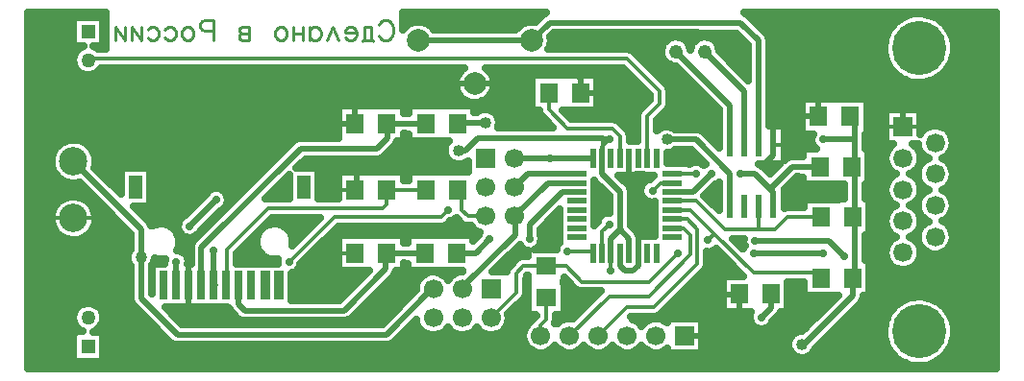
<source format=gbr>
G04 DipTrace 2.4.0.2*
%INÍèæíèé.gbr*%
%MOIN*%
%ADD13C,0.013*%
%ADD14C,0.0197*%
%ADD15C,0.025*%
%ADD16C,0.0787*%
%ADD17R,0.0709X0.063*%
%ADD18R,0.063X0.0709*%
%ADD20C,0.05*%
%ADD21R,0.05X0.05*%
%ADD22R,0.0669X0.0669*%
%ADD23C,0.0669*%
%ADD24R,0.0665X0.0665*%
%ADD25C,0.0665*%
%ADD26C,0.1874*%
%ADD27C,0.0984*%
%ADD28R,0.0276X0.0984*%
%ADD29R,0.0335X0.0984*%
%ADD30R,0.0472X0.0787*%
%ADD32R,0.0236X0.0787*%
%ADD35R,0.0197X0.0669*%
%ADD36R,0.0669X0.0197*%
%ADD41C,0.048*%
%ADD42C,0.0276*%
%ADD44C,0.04*%
%ADD106C,0.0108*%
%FSLAX44Y44*%
G04*
G70*
G90*
G75*
G01*
%LNBottom*%
%LPD*%
X24075Y8181D2*
D13*
Y8934D1*
X24328Y9187D1*
X23760Y8181D2*
Y8250D1*
X22891D1*
X30016Y11937D2*
D14*
Y12498D1*
X30455Y12937D1*
X31588D1*
X23328Y13750D2*
X25502D1*
X19672Y14066D2*
X21145D1*
X21703Y14625D1*
X22953D1*
X23328Y14249D1*
Y13750D1*
X31588Y12937D2*
Y13632D1*
X32011Y14055D1*
X33527D1*
X34516Y13066D1*
Y12562D1*
X15516Y12687D2*
X13891D1*
X13533Y12329D1*
X9757Y8553D1*
Y7062D1*
X15585Y10984D2*
Y10443D1*
D13*
X15516Y10375D1*
X19672Y14066D2*
D14*
X15645D1*
X15516Y13937D1*
Y12687D1*
Y8187D2*
D13*
X14843D1*
X24705Y8181D2*
D14*
Y7748D1*
X24891Y7562D1*
X25141D1*
X25335Y7756D1*
Y8181D1*
X26956Y5312D2*
X27953D1*
X28828Y6187D1*
Y6750D1*
D13*
X28840Y6761D1*
X27953Y7562D2*
D14*
Y7000D1*
X28203Y6750D1*
X28828D1*
X13203Y12625D2*
D13*
X13237D1*
D14*
X13533Y12329D1*
X25141Y10125D2*
Y9750D1*
X25335Y9556D1*
Y8181D1*
X25020Y11488D2*
Y10683D1*
X25141Y10562D1*
Y10125D1*
X30016Y11937D2*
D13*
Y11578D1*
D14*
X29658Y11220D1*
X18661Y7559D2*
X17953D1*
X16181Y5787D1*
X10354D1*
X9757Y6385D1*
Y7062D1*
X32690Y12937D2*
D13*
X32835D1*
D14*
Y12126D1*
Y11187D1*
D13*
X32729D1*
X32769Y9437D2*
X32835D1*
D14*
Y11187D1*
Y9437D2*
Y7378D1*
D13*
X32768Y7312D1*
X31016Y5000D2*
X31078D1*
D14*
X32768Y6690D1*
Y7312D1*
X24390Y8181D2*
Y8686D1*
X24703Y9000D1*
Y10312D1*
X24075Y10940D1*
Y11488D1*
X25020Y8181D2*
Y8683D1*
X24703Y9000D1*
X24390Y8181D2*
D13*
X24370D1*
Y7559D1*
X24075Y11488D2*
Y11871D1*
X24215Y12011D1*
X24330Y12126D1*
X26328D2*
D14*
X27327D1*
X28516Y10937D1*
Y9811D1*
X29942Y6761D2*
Y6281D1*
X29606Y5945D1*
X19094Y11732D2*
X19331D1*
X19764Y12165D1*
X24099D1*
D13*
X24151D1*
X24290D1*
X24330Y12126D1*
X8110Y8030D2*
D14*
Y9008D1*
X5756Y11362D1*
X18236Y6929D2*
D13*
X18189D1*
D14*
X16614Y5354D1*
X9370D1*
X8110Y6614D1*
Y8030D1*
X24099Y12165D2*
D13*
Y11513D1*
X24075Y11488D1*
X24151Y12165D2*
Y12075D1*
X24215Y12011D1*
X31752Y12126D2*
D14*
X32835D1*
X25650Y11488D2*
D13*
Y12946D1*
X26078Y13375D1*
Y13812D1*
X24953Y14937D1*
X6328D1*
X6266Y14875D1*
X22226Y13750D2*
Y13164D1*
X22891Y12500D1*
X24453D1*
X24703Y12250D1*
Y11490D1*
X24705Y11488D1*
X10623Y7062D2*
X10703D1*
X10623D2*
D14*
Y8275D1*
X9783Y9114D2*
X10703Y10034D1*
X22141Y6625D2*
D13*
Y5875D1*
X21953Y5687D1*
Y5315D1*
X21956Y5312D1*
X17703Y15562D2*
D14*
X21640D1*
X29516Y11937D2*
Y15562D1*
X28891Y16187D1*
X22265D1*
X21640Y15562D1*
X26641Y15187D2*
X28516Y13312D1*
Y11937D1*
X27641Y15187D2*
X29016Y13812D1*
Y11937D1*
X16618Y10375D2*
D13*
Y9886D1*
X16482Y9750D1*
X12516D1*
X11078Y8312D1*
Y7040D1*
X11056Y7062D1*
X16618Y10375D2*
X17967D1*
X10190Y7062D2*
D14*
Y8361D1*
X13641Y11812D1*
X16266D1*
X16641Y12187D1*
Y12664D1*
D13*
X16618Y12687D1*
D14*
X17967D1*
X11489Y7062D2*
Y6401D1*
X11703Y6187D1*
X15141D1*
X16578Y7625D1*
Y8147D1*
D13*
X16618Y8187D1*
D14*
X17927D1*
X29330Y8189D2*
X31732D1*
X32480Y8071D2*
X31929Y8622D1*
X29391D1*
X23209Y10937D2*
X21520D1*
X21039Y10457D1*
X18740Y9685D2*
D13*
X18504Y9449D1*
X14803D1*
X13228Y7874D1*
X9324D2*
D14*
Y7062D1*
X23209Y10622D2*
X22205D1*
X21039Y9457D1*
X19236Y6929D2*
D13*
Y6992D1*
D14*
X21063Y8819D1*
Y9433D1*
D13*
X21039Y9457D1*
X20039D2*
X19441D1*
X19213Y9685D1*
Y10231D1*
X19069Y10375D1*
X26516Y9677D2*
X27151D1*
X27980Y8848D1*
X29328Y7500D1*
X31478D1*
X31666Y7312D1*
X22141Y7727D2*
X22851D1*
X23391Y7187D1*
X25703D1*
X26703Y8187D1*
X27756Y8625D2*
X27980Y8848D1*
X20236Y5929D2*
Y5945D1*
X21102Y6811D1*
Y7480D1*
X21349Y7727D1*
X22141D1*
X26516Y10622D2*
X26094D1*
X25827Y10354D1*
X27331Y10937D2*
X26516D1*
Y9362D2*
X27028D1*
X27391Y9000D1*
Y7812D1*
X25878Y6299D1*
X24943D1*
X23956Y5312D1*
X23760Y11488D2*
D14*
X22283D1*
X21071D1*
D13*
X21039Y11457D1*
X20039Y12717D2*
D14*
X19098D1*
D13*
X19069Y12687D1*
X26516Y9992D2*
X27336D1*
X28328Y9000D1*
X29516D1*
Y9811D1*
X31666Y9437D2*
X30516D1*
X30078Y9000D1*
X29516D1*
X26516Y10307D2*
D14*
X27236D1*
X27866Y10937D1*
X28891D2*
X29391D1*
X29910Y10418D1*
X30016Y10312D1*
Y9811D1*
X31627Y11187D2*
X30679D1*
X29910Y10418D1*
X19030Y8187D2*
X19703D1*
X20178Y8661D1*
X21575D2*
Y9173D1*
X22709Y10307D1*
X23209D1*
X26516Y9047D2*
D13*
X26906D1*
X27141Y8812D1*
Y8125D1*
X25703Y6687D1*
X24331D1*
X22956Y5312D1*
D42*
X24328Y9187D3*
X22891Y8250D3*
D44*
X25502Y13750D3*
D42*
X15585Y10984D3*
X14843Y8187D3*
D44*
X27953Y7562D3*
D42*
X13203Y12625D3*
X25141Y10125D3*
D3*
X29658Y11220D3*
X18661Y7559D3*
D44*
X31016Y5000D3*
D42*
X24370Y7559D3*
X24330Y12126D3*
D44*
X26328D3*
D42*
X29606Y5945D3*
D44*
X19094Y11732D3*
X8110Y8030D3*
D3*
D42*
X31752Y12126D3*
X10623Y8275D3*
X9783Y9114D3*
X10703Y10034D3*
X29330Y8189D3*
X31732D3*
X32480Y8071D3*
X29391Y8622D3*
X18740Y9685D3*
X13228Y7874D3*
X9324D3*
X26703Y8187D3*
X27756Y8625D3*
X25827Y10354D3*
X27331Y10937D3*
X22283Y11488D3*
D44*
X20039Y12717D3*
D42*
X27866Y10937D3*
X28891D3*
X20178Y8661D3*
X21575D3*
X4205Y16280D2*
D15*
X5727D1*
X17195D2*
X21821D1*
X29336D2*
X34356D1*
X35797D2*
X37723D1*
X4205Y16031D2*
X5727D1*
X18191D2*
X21153D1*
X29586D2*
X34095D1*
X36055D2*
X37723D1*
X4205Y15782D2*
X5727D1*
X22398D2*
X28755D1*
X29828D2*
X33950D1*
X36199D2*
X37723D1*
X4205Y15534D2*
X5727D1*
X22324D2*
X26251D1*
X27031D2*
X27251D1*
X28031D2*
X29005D1*
X29902D2*
X33872D1*
X36277D2*
X37723D1*
X4205Y15285D2*
X5931D1*
X6602D2*
X6852D1*
X22262D2*
X26122D1*
X28160D2*
X29126D1*
X29902D2*
X33848D1*
X36301D2*
X37723D1*
X4205Y15036D2*
X5751D1*
X25344D2*
X26134D1*
X28328D2*
X29126D1*
X29902D2*
X33876D1*
X36273D2*
X37723D1*
X4205Y14788D2*
X5735D1*
X25594D2*
X26306D1*
X28578D2*
X29126D1*
X29902D2*
X33962D1*
X36188D2*
X37723D1*
X4205Y14539D2*
X5848D1*
X6680D2*
X19188D1*
X20156D2*
X24860D1*
X25844D2*
X26751D1*
X28828D2*
X29126D1*
X29902D2*
X34122D1*
X36031D2*
X37723D1*
X4205Y14290D2*
X19028D1*
X20316D2*
X21622D1*
X23934D2*
X25110D1*
X26090D2*
X26997D1*
X29902D2*
X34399D1*
X35754D2*
X37723D1*
X4205Y14042D2*
X18989D1*
X20356D2*
X21622D1*
X23934D2*
X25356D1*
X26340D2*
X27247D1*
X29902D2*
X37723D1*
X4205Y13793D2*
X19048D1*
X20297D2*
X21622D1*
X23934D2*
X25606D1*
X26434D2*
X27497D1*
X29902D2*
X37723D1*
X4205Y13544D2*
X19243D1*
X20098D2*
X21622D1*
X23934D2*
X25723D1*
X26434D2*
X27743D1*
X29902D2*
X30981D1*
X33293D2*
X37723D1*
X4205Y13296D2*
X14911D1*
X17223D2*
X17365D1*
X19672D2*
X21622D1*
X23934D2*
X25509D1*
X26422D2*
X27993D1*
X29902D2*
X30981D1*
X33293D2*
X37723D1*
X4205Y13047D2*
X14911D1*
X20391D2*
X21891D1*
X22836D2*
X25309D1*
X26242D2*
X28126D1*
X29902D2*
X30981D1*
X33293D2*
X33895D1*
X35137D2*
X37723D1*
X4205Y12798D2*
X14911D1*
X20523D2*
X22102D1*
X24617D2*
X25294D1*
X26004D2*
X28126D1*
X29902D2*
X30981D1*
X33293D2*
X33895D1*
X35137D2*
X37723D1*
X4205Y12550D2*
X14911D1*
X20500D2*
X22348D1*
X24895D2*
X25294D1*
X26004D2*
X26114D1*
X26543D2*
X28106D1*
X30422D2*
X30981D1*
X33293D2*
X33895D1*
X35137D2*
X35341D1*
X35930D2*
X37723D1*
X4205Y12301D2*
X14911D1*
X17223D2*
X17365D1*
X25055D2*
X25294D1*
X27691D2*
X28106D1*
X30422D2*
X31364D1*
X33223D2*
X33895D1*
X36184D2*
X37723D1*
X4205Y12052D2*
X5419D1*
X6094D2*
X13341D1*
X17004D2*
X18731D1*
X27938D2*
X28106D1*
X30422D2*
X31333D1*
X33223D2*
X33895D1*
X36254D2*
X37723D1*
X4205Y11803D2*
X5114D1*
X6395D2*
X13095D1*
X16797D2*
X18610D1*
X30422D2*
X31020D1*
X33336D2*
X33993D1*
X36219D2*
X37723D1*
X4205Y11555D2*
X5001D1*
X6512D2*
X12845D1*
X16547D2*
X18641D1*
X26352D2*
X27360D1*
X30422D2*
X31020D1*
X33336D2*
X33899D1*
X35133D2*
X35228D1*
X36039D2*
X37723D1*
X4205Y11306D2*
X4977D1*
X6535D2*
X12595D1*
X13672D2*
X18884D1*
X19305D2*
X19415D1*
X26352D2*
X27145D1*
X27516D2*
X27611D1*
X33336D2*
X33919D1*
X36121D2*
X37723D1*
X4205Y11057D2*
X5040D1*
X6598D2*
X7372D1*
X8426D2*
X12348D1*
X14258D2*
X19415D1*
X29809D2*
X30013D1*
X33336D2*
X34059D1*
X36242D2*
X37723D1*
X4205Y10809D2*
X5216D1*
X6848D2*
X7372D1*
X8426D2*
X12098D1*
X14258D2*
X14911D1*
X17223D2*
X17365D1*
X24746D2*
X25790D1*
X30840D2*
X31019D1*
X33336D2*
X34075D1*
X36246D2*
X37723D1*
X4205Y10560D2*
X6020D1*
X7098D2*
X7372D1*
X8426D2*
X11848D1*
X12926D2*
X13208D1*
X14258D2*
X14911D1*
X23832D2*
X23918D1*
X24992D2*
X25454D1*
X28031D2*
X28125D1*
X30590D2*
X32446D1*
X33223D2*
X33923D1*
X36133D2*
X37723D1*
X4205Y10311D2*
X6266D1*
X8426D2*
X10388D1*
X11020D2*
X11602D1*
X12680D2*
X13208D1*
X14258D2*
X14911D1*
X23832D2*
X24165D1*
X25090D2*
X25403D1*
X27777D2*
X28106D1*
X30422D2*
X32446D1*
X33223D2*
X33899D1*
X35133D2*
X35246D1*
X36020D2*
X37723D1*
X4205Y10063D2*
X5376D1*
X6137D2*
X6516D1*
X8426D2*
X10192D1*
X11129D2*
X11352D1*
X23832D2*
X24313D1*
X25090D2*
X25524D1*
X27758D2*
X28106D1*
X30422D2*
X32446D1*
X33223D2*
X33985D1*
X36211D2*
X37723D1*
X4205Y9814D2*
X5102D1*
X6410D2*
X6766D1*
X8426D2*
X9946D1*
X23832D2*
X24313D1*
X25090D2*
X25891D1*
X28004D2*
X28108D1*
X30422D2*
X31063D1*
X33375D2*
X34204D1*
X34828D2*
X35013D1*
X36258D2*
X37723D1*
X4205Y9565D2*
X4993D1*
X6520D2*
X7013D1*
X8090D2*
X9696D1*
X10773D2*
X10857D1*
X22504D2*
X22583D1*
X23832D2*
X24165D1*
X25090D2*
X25891D1*
X33375D2*
X33962D1*
X36191D2*
X37723D1*
X4205Y9317D2*
X4977D1*
X6535D2*
X7263D1*
X8340D2*
X9411D1*
X10523D2*
X10607D1*
X12574D2*
X14181D1*
X18926D2*
X19091D1*
X22258D2*
X22583D1*
X23832D2*
X23925D1*
X25090D2*
X25891D1*
X33375D2*
X33895D1*
X35137D2*
X35313D1*
X35957D2*
X37723D1*
X4205Y9068D2*
X5048D1*
X6465D2*
X7513D1*
X9195D2*
X9360D1*
X10277D2*
X10358D1*
X13133D2*
X13931D1*
X14914D2*
X19559D1*
X22008D2*
X22583D1*
X25172D2*
X25891D1*
X33375D2*
X33938D1*
X36160D2*
X37723D1*
X4205Y8819D2*
X5239D1*
X6273D2*
X7723D1*
X9387D2*
X9485D1*
X13324D2*
X13681D1*
X14664D2*
X19782D1*
X21969D2*
X22583D1*
X25383D2*
X25891D1*
X33375D2*
X34122D1*
X34910D2*
X35017D1*
X36254D2*
X37723D1*
X4205Y8571D2*
X7723D1*
X9438D2*
X9868D1*
X11828D2*
X12087D1*
X14418D2*
X14911D1*
X17223D2*
X17322D1*
X21992D2*
X22583D1*
X28750D2*
X28966D1*
X33223D2*
X34024D1*
X36231D2*
X37723D1*
X4205Y8322D2*
X7723D1*
X9379D2*
X9802D1*
X11578D2*
X12141D1*
X14168D2*
X14911D1*
X21106D2*
X21333D1*
X21816D2*
X22470D1*
X33223D2*
X33907D1*
X36082D2*
X37723D1*
X4205Y8073D2*
X7622D1*
X9699D2*
X9802D1*
X11434D2*
X12348D1*
X13918D2*
X14911D1*
X20856D2*
X21497D1*
X27746D2*
X28263D1*
X33223D2*
X33907D1*
X35125D2*
X37723D1*
X4205Y7824D2*
X7669D1*
X8551D2*
X8899D1*
X11434D2*
X12806D1*
X13672D2*
X14911D1*
X20606D2*
X20954D1*
X27746D2*
X28513D1*
X33371D2*
X34024D1*
X35008D2*
X37723D1*
X4205Y7576D2*
X7723D1*
X13523D2*
X14911D1*
X17223D2*
X17322D1*
X20359D2*
X20763D1*
X27645D2*
X28763D1*
X33371D2*
X37723D1*
X4205Y7327D2*
X7723D1*
X13328D2*
X15743D1*
X16820D2*
X17763D1*
X27398D2*
X28235D1*
X33371D2*
X37723D1*
X4205Y7078D2*
X7723D1*
X13328D2*
X15493D1*
X16570D2*
X17630D1*
X22785D2*
X23009D1*
X27148D2*
X28235D1*
X30547D2*
X31059D1*
X33371D2*
X37723D1*
X4205Y6830D2*
X7723D1*
X13328D2*
X15243D1*
X16320D2*
X17552D1*
X22785D2*
X23981D1*
X26898D2*
X28235D1*
X30547D2*
X31059D1*
X33371D2*
X37723D1*
X4205Y6581D2*
X7723D1*
X13328D2*
X14997D1*
X16074D2*
X17302D1*
X21363D2*
X21500D1*
X22785D2*
X23731D1*
X26652D2*
X28235D1*
X30547D2*
X32122D1*
X33141D2*
X34614D1*
X35535D2*
X37723D1*
X4205Y6332D2*
X5911D1*
X6621D2*
X7852D1*
X15824D2*
X17052D1*
X21113D2*
X21497D1*
X22785D2*
X23485D1*
X26402D2*
X28235D1*
X30547D2*
X31872D1*
X32949D2*
X34223D1*
X35930D2*
X37723D1*
X4205Y6084D2*
X5747D1*
X6785D2*
X8102D1*
X9180D2*
X11266D1*
X15574D2*
X16806D1*
X20867D2*
X21497D1*
X22785D2*
X23235D1*
X26152D2*
X29204D1*
X30273D2*
X31622D1*
X32699D2*
X34020D1*
X36129D2*
X37723D1*
X4205Y5835D2*
X5735D1*
X6797D2*
X8352D1*
X9430D2*
X11591D1*
X15254D2*
X16556D1*
X20852D2*
X21634D1*
X22492D2*
X22638D1*
X25273D2*
X25638D1*
X27578D2*
X29192D1*
X30035D2*
X31376D1*
X32453D2*
X33907D1*
X36242D2*
X37723D1*
X4205Y5586D2*
X5864D1*
X6668D2*
X8598D1*
X17383D2*
X17720D1*
X20754D2*
X21399D1*
X27578D2*
X29399D1*
X29813D2*
X31126D1*
X32203D2*
X33856D1*
X36297D2*
X37723D1*
X4205Y5338D2*
X5727D1*
X6805D2*
X8848D1*
X17137D2*
X18114D1*
X18359D2*
X19114D1*
X19359D2*
X20114D1*
X20359D2*
X21333D1*
X27578D2*
X30673D1*
X31953D2*
X33856D1*
X36297D2*
X37723D1*
X4205Y5089D2*
X5727D1*
X6805D2*
X9098D1*
X16887D2*
X21376D1*
X27578D2*
X30536D1*
X31707D2*
X33907D1*
X36242D2*
X37723D1*
X4205Y4840D2*
X5727D1*
X6805D2*
X21559D1*
X22352D2*
X22559D1*
X23352D2*
X23559D1*
X24352D2*
X24559D1*
X25352D2*
X25559D1*
X27578D2*
X30556D1*
X31477D2*
X34020D1*
X36129D2*
X37723D1*
X4205Y4592D2*
X5727D1*
X6805D2*
X30766D1*
X31262D2*
X34220D1*
X35930D2*
X37723D1*
X4205Y4343D2*
X34610D1*
X35539D2*
X37723D1*
X17170Y15946D2*
X17266Y16054D1*
X17366Y16128D1*
X17479Y16181D1*
X17600Y16212D1*
X17725Y16220D1*
X17848Y16204D1*
X17967Y16166D1*
X18076Y16105D1*
X18172Y16025D1*
X18253Y15925D1*
X21090D1*
X21203Y16054D1*
X21303Y16128D1*
X21416Y16181D1*
X21537Y16212D1*
X21662Y16220D1*
X21774Y16206D1*
X22008Y16444D1*
X22131Y16524D1*
X21999Y16529D1*
X17167D1*
X17171Y15947D1*
X22287Y15438D2*
X22252Y15318D1*
X22225Y15266D1*
X24953Y15267D1*
X25075Y15243D1*
X25187Y15170D1*
X26312Y14045D1*
X26381Y13942D1*
X26408Y13812D1*
Y13375D1*
X26385Y13252D1*
X26312Y13141D1*
X25977Y12807D1*
X25979Y12434D1*
X26036Y12488D1*
X26143Y12552D1*
X26263Y12586D1*
X26387Y12587D1*
X26508Y12555D1*
X26618Y12489D1*
X27327D1*
X27449Y12468D1*
X27572Y12394D1*
X28133Y11833D1*
Y12595D1*
X28152D1*
X28153Y13159D1*
X26632Y14682D1*
X26559Y14689D1*
X26440Y14724D1*
X26332Y14787D1*
X26244Y14875D1*
X26179Y14982D1*
X26143Y15101D1*
X26137Y15226D1*
X26162Y15348D1*
X26216Y15460D1*
X26296Y15556D1*
X26397Y15629D1*
X26513Y15675D1*
X26636Y15692D1*
X26760Y15678D1*
X26877Y15633D1*
X26979Y15562D1*
X27061Y15468D1*
X27116Y15356D1*
X27139Y15253D1*
X27162Y15348D1*
X27216Y15460D1*
X27296Y15556D1*
X27397Y15629D1*
X27513Y15675D1*
X27636Y15692D1*
X27760Y15678D1*
X27877Y15633D1*
X27979Y15562D1*
X28061Y15468D1*
X28116Y15356D1*
X28145Y15197D1*
X29154Y14187D1*
X29153Y15409D1*
X28743Y15821D1*
X26141Y15824D1*
X22418D1*
X22287Y15695D1*
X22299Y15562D1*
X22287Y15438D1*
X20330Y14041D2*
X20313Y13917D1*
X20274Y13799D1*
X20213Y13690D1*
X20132Y13595D1*
X20035Y13516D1*
X19925Y13458D1*
X19805Y13421D1*
X19681Y13407D1*
X19557Y13417D1*
X19437Y13451D1*
X19325Y13506D1*
X19225Y13582D1*
X19142Y13675D1*
X19078Y13782D1*
X19035Y13899D1*
X19015Y14022D1*
X19018Y14147D1*
X19045Y14268D1*
X19095Y14383D1*
X19165Y14486D1*
X19253Y14574D1*
X19296Y14607D1*
X6707D1*
X6650Y14532D1*
X6556Y14449D1*
X6446Y14392D1*
X6324Y14363D1*
X6200Y14364D1*
X6079Y14395D1*
X5969Y14454D1*
X5877Y14537D1*
X5807Y14641D1*
X5764Y14758D1*
X5751Y14882D1*
X5768Y15005D1*
X5814Y15121D1*
X5886Y15223D1*
X5981Y15304D1*
X6096Y15360D1*
X5751D1*
Y16389D1*
X6781D1*
Y15360D1*
X6441D1*
X6568Y15291D1*
X6594Y15267D1*
X6879D1*
X6876Y16237D1*
X6874Y16529D1*
X4180D1*
Y4180D1*
X37749D1*
Y16529D1*
X29011D1*
X29136Y16455D1*
X29773Y15819D1*
X29844Y15717D1*
X29879Y15578D1*
X29883Y12595D1*
X30399D1*
Y11420D1*
X30524Y11516D1*
X30663Y11550D1*
X31051D1*
X31047Y11806D1*
X31504D1*
X31433Y11880D1*
X31373Y11989D1*
X31350Y12111D1*
X31364Y12234D1*
X31401Y12316D1*
X31008Y12318D1*
Y13556D1*
X33270D1*
Y12318D1*
X33198Y12312D1*
Y11810D1*
X33309Y11806D1*
Y10568D1*
X33198Y10562D1*
Y10058D1*
X33349Y10056D1*
Y8818D1*
X33198Y8812D1*
Y7933D1*
X33348Y7931D1*
Y6693D1*
X33132Y6690D1*
X33110Y6567D1*
X33037Y6445D1*
X31465Y4872D1*
X31415Y4761D1*
X31337Y4664D1*
X31237Y4590D1*
X31120Y4546D1*
X30996Y4535D1*
X30873Y4557D1*
X30761Y4611D1*
X30667Y4692D1*
X30598Y4796D1*
X30559Y4914D1*
X30552Y5039D1*
X30580Y5161D1*
X30638Y5271D1*
X30724Y5361D1*
X30830Y5426D1*
X30950Y5460D1*
X31024D1*
X32260Y6695D1*
X31621Y6693D1*
X31086D1*
Y7173D1*
X30521Y7170D1*
X30522Y6142D1*
X30277Y6140D1*
X30199Y6024D1*
X29986Y5811D1*
X29934Y5711D1*
X29847Y5622D1*
X29737Y5564D1*
X29614Y5542D1*
X29491Y5559D1*
X29378Y5613D1*
X29288Y5698D1*
X29228Y5808D1*
X29204Y5930D1*
X29218Y6053D1*
X29259Y6142D1*
X28260D1*
Y7380D1*
X28981D1*
X28032Y8330D1*
X27997Y8301D1*
X27886Y8243D1*
X27764Y8222D1*
X27721Y8228D1*
Y7812D1*
X27697Y7690D1*
X27624Y7579D1*
X26111Y6066D1*
X26008Y5996D1*
X25878Y5969D1*
X25077D1*
X25128Y5886D1*
X25243Y5838D1*
X25346Y5768D1*
X25431Y5677D1*
X25454Y5640D1*
X25529Y5733D1*
X25625Y5812D1*
X25736Y5870D1*
X25856Y5903D1*
X25980Y5911D1*
X26104Y5893D1*
X26221Y5850D1*
X26326Y5783D1*
X26356Y5763D1*
Y5912D1*
X27555D1*
Y4713D1*
X26356D1*
Y4866D1*
X26258Y4794D1*
X26144Y4743D1*
X26022Y4716D1*
X25898Y4715D1*
X25775Y4740D1*
X25661Y4790D1*
X25559Y4862D1*
X25475Y4954D1*
X25455Y4982D1*
X25359Y4868D1*
X25258Y4794D1*
X25144Y4743D1*
X25022Y4716D1*
X24898Y4715D1*
X24775Y4740D1*
X24661Y4790D1*
X24559Y4862D1*
X24457Y4984D1*
X24359Y4868D1*
X24258Y4794D1*
X24144Y4743D1*
X24022Y4716D1*
X23898Y4715D1*
X23775Y4740D1*
X23661Y4790D1*
X23559Y4862D1*
X23457Y4984D1*
X23359Y4868D1*
X23258Y4794D1*
X23144Y4743D1*
X23022Y4716D1*
X22898Y4715D1*
X22775Y4740D1*
X22661Y4790D1*
X22559Y4862D1*
X22457Y4984D1*
X22359Y4868D1*
X22258Y4794D1*
X22144Y4743D1*
X22022Y4716D1*
X21898Y4715D1*
X21775Y4740D1*
X21661Y4790D1*
X21559Y4862D1*
X21475Y4954D1*
X21411Y5061D1*
X21371Y5180D1*
X21356Y5304D1*
X21367Y5428D1*
X21404Y5547D1*
X21465Y5656D1*
X21546Y5750D1*
X21657Y5831D1*
X21720Y5920D1*
X21811Y6011D1*
X21760Y6045D1*
X21521D1*
X21525Y7204D1*
X21521Y7147D1*
X21516Y7397D1*
X21488D1*
X21432Y7230D1*
Y6811D1*
X21409Y6689D1*
X21336Y6578D1*
X20819Y6061D1*
X20836Y5929D1*
X20823Y5805D1*
X20784Y5686D1*
X20722Y5578D1*
X20639Y5485D1*
X20538Y5411D1*
X20425Y5360D1*
X20303Y5333D1*
X20178Y5332D1*
X20056Y5357D1*
X19941Y5407D1*
X19840Y5479D1*
X19737Y5601D1*
X19639Y5485D1*
X19538Y5411D1*
X19425Y5360D1*
X19303Y5333D1*
X19178Y5332D1*
X19056Y5357D1*
X18941Y5407D1*
X18840Y5479D1*
X18737Y5601D1*
X18639Y5485D1*
X18538Y5411D1*
X18425Y5360D1*
X18303Y5333D1*
X18178Y5332D1*
X18056Y5357D1*
X17941Y5407D1*
X17840Y5479D1*
X17755Y5571D1*
X17692Y5678D1*
X17651Y5797D1*
X17643Y5870D1*
X16871Y5097D1*
X16769Y5026D1*
X16631Y4991D1*
X9370D1*
X9248Y5012D1*
X9125Y5086D1*
X7853Y6357D1*
X7782Y6459D1*
X7747Y6598D1*
Y7743D1*
X7692Y7827D1*
X7653Y7945D1*
X7647Y8069D1*
X7674Y8191D1*
X7746Y8315D1*
X7747Y8854D1*
X5967Y10637D1*
X5820Y10608D1*
X5695D1*
X5572Y10628D1*
X5454Y10668D1*
X5344Y10727D1*
X5245Y10804D1*
X5160Y10895D1*
X5091Y10999D1*
X5041Y11114D1*
X5010Y11234D1*
X4999Y11359D1*
X5009Y11483D1*
X5039Y11605D1*
X5088Y11719D1*
X5156Y11824D1*
X5240Y11916D1*
X5338Y11994D1*
X5448Y12054D1*
X5565Y12095D1*
X5688Y12116D1*
X5813Y12117D1*
X5937Y12097D1*
X6055Y12058D1*
X6165Y11999D1*
X6264Y11923D1*
X6350Y11832D1*
X6419Y11728D1*
X6470Y11614D1*
X6502Y11493D1*
X6513Y11362D1*
X6503Y11238D1*
X6481Y11151D1*
X7397Y10235D1*
X7398Y11126D1*
X8401D1*
Y9809D1*
X7827D1*
X8367Y9265D1*
X8447Y9142D1*
X8513Y9130D1*
X8630Y9174D1*
X8753Y9195D1*
X8878Y9190D1*
X8999Y9161D1*
X9112Y9107D1*
X9212Y9032D1*
X9294Y8939D1*
X9357Y8831D1*
X9396Y8712D1*
X9411Y8578D1*
X9398Y8454D1*
X9361Y8335D1*
X9329Y8277D1*
X9425Y8264D1*
X9539Y8214D1*
X9633Y8132D1*
X9697Y8026D1*
X9727Y7874D1*
X9718Y7816D1*
X9727Y7815D1*
X9779Y7819D1*
X9830D1*
X9827Y8361D1*
X9848Y8484D1*
X9922Y8606D1*
X13384Y12069D1*
X13486Y12141D1*
X13624Y12175D1*
X14934D1*
X14936Y12718D1*
Y13306D1*
X17198D1*
Y13052D1*
X17388Y13050D1*
X17387Y13306D1*
X18546Y13302D1*
X18489Y13306D1*
X19649D1*
Y13084D1*
X19751Y13080D1*
X19854Y13143D1*
X19974Y13177D1*
X20098Y13178D1*
X20219Y13145D1*
X20326Y13082D1*
X20413Y12993D1*
X20473Y12884D1*
X20504Y12717D1*
X20488Y12593D1*
X20462Y12532D1*
X21014Y12529D1*
X22392Y12531D1*
X21993Y12931D1*
X21922Y13038D1*
X21898Y13132D1*
X21646Y13130D1*
Y14369D1*
X22806Y14365D1*
X22823Y14369D1*
X23908D1*
Y13130D1*
X22724D1*
X23025Y12831D1*
X24453Y12829D1*
X24575Y12806D1*
X24687Y12733D1*
X24937Y12483D1*
X25006Y12380D1*
X25033Y12250D1*
Y12089D1*
X25320Y12088D1*
Y12946D1*
X25343Y13068D1*
X25416Y13179D1*
X25751Y13513D1*
X25748Y13675D1*
X24815Y14609D1*
X20043Y14607D1*
X20122Y14546D1*
X20205Y14453D1*
X20268Y14345D1*
X20310Y14228D1*
X20329Y14104D1*
X20330Y14041D1*
X22756Y7204D2*
X22760Y6954D1*
Y6045D1*
X22467D1*
X22471Y5875D1*
X22445Y5749D1*
X22454Y5775D1*
X22546Y5750D1*
X22646Y5826D1*
X22759Y5879D1*
X22880Y5907D1*
X23005Y5910D1*
X23070Y5897D1*
X24034Y6857D1*
X23391D1*
X23269Y6881D1*
X23157Y6954D1*
X22763Y7349D1*
X22756Y7147D1*
X21768Y8307D2*
X22494D1*
X22503Y8358D1*
X22555Y8471D1*
X22610Y8532D1*
X22613Y9096D1*
X22609Y9499D1*
Y9695D1*
X21935Y9020D1*
X21938Y8833D1*
X21976Y8692D1*
X21958Y8538D1*
X21902Y8427D1*
X21815Y8338D1*
X21757Y8308D1*
X21521Y8057D2*
Y8260D1*
X21459Y8276D1*
X21347Y8329D1*
X21256Y8415D1*
X21228Y8466D1*
X20287Y7529D1*
X20776D1*
X20787Y7577D1*
X20845Y7687D1*
X21116Y7960D1*
X21218Y8030D1*
X21349Y8057D1*
X21525D1*
X6766Y5813D2*
X6721Y5697D1*
X6650Y5594D1*
X6556Y5512D1*
X6434Y5452D1*
X6781D1*
Y4422D1*
X5751D1*
Y5452D1*
X6079Y5457D1*
X5969Y5516D1*
X5877Y5600D1*
X5807Y5703D1*
X5764Y5820D1*
X5751Y5944D1*
X5768Y6068D1*
X5814Y6184D1*
X5886Y6285D1*
X5981Y6366D1*
X6093Y6422D1*
X6214Y6449D1*
X6339Y6447D1*
X6459Y6414D1*
X6568Y6354D1*
X6660Y6269D1*
X6728Y6164D1*
X6769Y6047D1*
X6781Y5937D1*
X6766Y5813D1*
X33944Y13159D2*
X35114D1*
Y12310D1*
X35149Y12365D1*
X35232Y12459D1*
X35333Y12532D1*
X35446Y12584D1*
X35568Y12610D1*
X35693Y12611D1*
X35815Y12586D1*
X35930Y12536D1*
X36031Y12463D1*
X36115Y12371D1*
X36178Y12264D1*
X36218Y12145D1*
X36232Y12017D1*
X36219Y11892D1*
X36180Y11774D1*
X36118Y11666D1*
X36035Y11573D1*
X35934Y11499D1*
X35873Y11472D1*
X35930Y11446D1*
X36031Y11373D1*
X36115Y11281D1*
X36178Y11173D1*
X36218Y11055D1*
X36232Y10926D1*
X36219Y10802D1*
X36180Y10683D1*
X36118Y10575D1*
X36035Y10482D1*
X35934Y10409D1*
X35873Y10382D1*
X35930Y10355D1*
X36031Y10282D1*
X36115Y10190D1*
X36178Y10083D1*
X36218Y9964D1*
X36232Y9835D1*
X36219Y9711D1*
X36180Y9593D1*
X36118Y9485D1*
X36035Y9392D1*
X35934Y9318D1*
X35873Y9291D1*
X35930Y9264D1*
X36031Y9192D1*
X36115Y9100D1*
X36178Y8992D1*
X36218Y8874D1*
X36232Y8745D1*
X36219Y8621D1*
X36180Y8502D1*
X36118Y8394D1*
X36035Y8301D1*
X35934Y8228D1*
X35820Y8177D1*
X35698Y8151D1*
X35573Y8150D1*
X35451Y8176D1*
X35337Y8227D1*
X35236Y8300D1*
X35152Y8392D1*
X35089Y8500D1*
X35050Y8618D1*
X35037Y8742D1*
X35049Y8867D1*
X35087Y8985D1*
X35149Y9094D1*
X35232Y9187D1*
X35333Y9261D1*
X35393Y9288D1*
X35337Y9317D1*
X35236Y9390D1*
X35152Y9483D1*
X35089Y9590D1*
X35050Y9709D1*
X35037Y9833D1*
X35049Y9957D1*
X35087Y10076D1*
X35149Y10184D1*
X35232Y10277D1*
X35333Y10351D1*
X35393Y10379D1*
X35337Y10408D1*
X35236Y10481D1*
X35152Y10573D1*
X35089Y10681D1*
X35050Y10800D1*
X35037Y10924D1*
X35049Y11048D1*
X35087Y11167D1*
X35149Y11275D1*
X35232Y11368D1*
X35333Y11442D1*
X35393Y11469D1*
X35337Y11498D1*
X35236Y11571D1*
X35152Y11664D1*
X35089Y11772D1*
X35050Y11890D1*
X35039Y11964D1*
X34854D1*
X34913Y11918D1*
X34997Y11826D1*
X35060Y11718D1*
X35100Y11600D1*
X35114Y11471D1*
X35101Y11347D1*
X35062Y11228D1*
X35000Y11120D1*
X34916Y11028D1*
X34816Y10954D1*
X34755Y10927D1*
X34811Y10900D1*
X34913Y10828D1*
X34997Y10735D1*
X35060Y10628D1*
X35100Y10510D1*
X35114Y10381D1*
X35101Y10257D1*
X35062Y10138D1*
X35000Y10030D1*
X34916Y9937D1*
X34816Y9864D1*
X34755Y9837D1*
X34811Y9810D1*
X34913Y9737D1*
X34997Y9645D1*
X35060Y9537D1*
X35100Y9419D1*
X35114Y9290D1*
X35101Y9166D1*
X35062Y9047D1*
X35000Y8939D1*
X34916Y8846D1*
X34816Y8773D1*
X34755Y8746D1*
X34811Y8719D1*
X34913Y8646D1*
X34997Y8554D1*
X35060Y8447D1*
X35100Y8328D1*
X35114Y8200D1*
X35101Y8076D1*
X35062Y7957D1*
X35000Y7849D1*
X34916Y7756D1*
X34816Y7682D1*
X34702Y7632D1*
X34580Y7605D1*
X34455D1*
X34333Y7631D1*
X34219Y7681D1*
X34118Y7754D1*
X34034Y7847D1*
X33971Y7955D1*
X33932Y8073D1*
X33919Y8197D1*
X33931Y8321D1*
X33969Y8440D1*
X34031Y8549D1*
X34114Y8642D1*
X34215Y8716D1*
X34275Y8743D1*
X34219Y8772D1*
X34118Y8845D1*
X34034Y8937D1*
X33971Y9045D1*
X33932Y9164D1*
X33919Y9288D1*
X33931Y9412D1*
X33969Y9531D1*
X34031Y9639D1*
X34114Y9732D1*
X34215Y9806D1*
X34275Y9833D1*
X34219Y9862D1*
X34118Y9935D1*
X34034Y10028D1*
X33971Y10136D1*
X33932Y10254D1*
X33919Y10378D1*
X33931Y10502D1*
X33969Y10621D1*
X34031Y10730D1*
X34114Y10823D1*
X34215Y10897D1*
X34275Y10924D1*
X34219Y10953D1*
X34118Y11026D1*
X34034Y11118D1*
X33971Y11226D1*
X33932Y11345D1*
X33919Y11469D1*
X33931Y11593D1*
X33969Y11712D1*
X34031Y11820D1*
X34114Y11913D1*
X34186Y11966D1*
X33919Y11964D1*
Y13159D1*
X33944D1*
X36271Y15175D2*
X36251Y15052D1*
X36219Y14931D1*
X36175Y14814D1*
X36118Y14703D1*
X36051Y14598D1*
X35972Y14500D1*
X35885Y14411D1*
X35788Y14332D1*
X35684Y14263D1*
X35573Y14206D1*
X35456Y14160D1*
X35336Y14127D1*
X35213Y14106D1*
X35088Y14098D1*
X34963Y14103D1*
X34840Y14121D1*
X34719Y14152D1*
X34601Y14195D1*
X34489Y14251D1*
X34384Y14317D1*
X34285Y14394D1*
X34195Y14481D1*
X34115Y14577D1*
X34045Y14680D1*
X33987Y14791D1*
X33940Y14906D1*
X33905Y15026D1*
X33883Y15149D1*
X33874Y15274D1*
X33877Y15399D1*
X33894Y15523D1*
X33924Y15644D1*
X33966Y15762D1*
X34019Y15875D1*
X34085Y15981D1*
X34161Y16080D1*
X34247Y16171D1*
X34342Y16252D1*
X34444Y16323D1*
X34554Y16383D1*
X34669Y16431D1*
X34789Y16467D1*
X34912Y16491D1*
X35036Y16501D1*
X35161Y16499D1*
X35285Y16483D1*
X35407Y16455D1*
X35525Y16415D1*
X35638Y16362D1*
X35745Y16298D1*
X35845Y16223D1*
X35937Y16138D1*
X36019Y16044D1*
X36091Y15942D1*
X36153Y15833D1*
X36202Y15718D1*
X36239Y15599D1*
X36264Y15476D1*
X36277Y15300D1*
X36271Y15175D1*
Y5337D2*
X36251Y5213D1*
X36219Y5092D1*
X36175Y4976D1*
X36118Y4864D1*
X36051Y4759D1*
X35972Y4662D1*
X35885Y4573D1*
X35788Y4494D1*
X35684Y4425D1*
X35573Y4367D1*
X35456Y4322D1*
X35336Y4288D1*
X35213Y4267D1*
X35088Y4260D1*
X34963Y4265D1*
X34840Y4283D1*
X34719Y4314D1*
X34601Y4357D1*
X34489Y4412D1*
X34384Y4478D1*
X34285Y4556D1*
X34195Y4642D1*
X34115Y4738D1*
X34045Y4842D1*
X33987Y4952D1*
X33940Y5068D1*
X33905Y5188D1*
X33883Y5311D1*
X33874Y5435D1*
X33877Y5560D1*
X33894Y5684D1*
X33924Y5806D1*
X33966Y5923D1*
X34019Y6036D1*
X34085Y6142D1*
X34161Y6242D1*
X34247Y6332D1*
X34342Y6414D1*
X34444Y6485D1*
X34554Y6545D1*
X34669Y6593D1*
X34789Y6629D1*
X34912Y6652D1*
X35036Y6663D1*
X35161Y6660D1*
X35285Y6645D1*
X35407Y6617D1*
X35525Y6576D1*
X35638Y6523D1*
X35745Y6459D1*
X35845Y6384D1*
X35937Y6299D1*
X36019Y6205D1*
X36091Y6103D1*
X36153Y5994D1*
X36202Y5879D1*
X36239Y5760D1*
X36264Y5638D1*
X36277Y5461D1*
X36271Y5337D1*
X6513Y9369D2*
X6493Y9220D1*
X6444Y9079D1*
X6369Y8949D1*
X6269Y8837D1*
X6150Y8747D1*
X6015Y8682D1*
X5870Y8645D1*
X5720Y8638D1*
X5572Y8659D1*
X5431Y8710D1*
X5303Y8787D1*
X5192Y8888D1*
X5104Y9009D1*
X5041Y9145D1*
X5006Y9291D1*
X5000Y9440D1*
X5024Y9588D1*
X5077Y9728D1*
X5156Y9855D1*
X5259Y9965D1*
X5381Y10051D1*
X5518Y10112D1*
X5664Y10145D1*
X5813Y10149D1*
X5961Y10122D1*
X6100Y10068D1*
X6226Y9987D1*
X6334Y9883D1*
X6419Y9759D1*
X6478Y9622D1*
X6509Y9475D1*
X6513Y9369D1*
X18736Y7256D2*
X18827Y7367D1*
X18927Y7443D1*
X19040Y7496D1*
X19161Y7524D1*
X19258Y7526D1*
X19234Y7568D1*
X18450Y7572D1*
X18507Y7568D1*
X17347D1*
Y7822D1*
X17197Y7824D1*
X17198Y7568D1*
X16936D1*
X16920Y7502D1*
X16847Y7379D1*
X15398Y5930D1*
X15296Y5858D1*
X15157Y5824D1*
X11703D1*
X11581Y5845D1*
X11458Y5919D1*
X11232Y6144D1*
X11152Y6267D1*
X11086Y6309D1*
X10834Y6305D1*
X10653Y6309D1*
X10401Y6305D1*
X10220Y6309D1*
X9968Y6305D1*
X9787Y6309D1*
X9735Y6305D1*
X8933D1*
X9519Y5719D1*
X16468Y5718D1*
X17418Y6672D1*
X17636Y6890D1*
X17648Y7045D1*
X17685Y7164D1*
X17745Y7273D1*
X17827Y7367D1*
X17927Y7443D1*
X18040Y7496D1*
X18161Y7524D1*
X18286Y7527D1*
X18408Y7503D1*
X18524Y7455D1*
X18626Y7385D1*
X18712Y7294D1*
X18734Y7257D1*
X19440Y10994D2*
Y11384D1*
X19315Y11323D1*
X19199Y11279D1*
X19075Y11268D1*
X18952Y11290D1*
X18840Y11343D1*
X18746Y11425D1*
X18676Y11529D1*
X18637Y11647D1*
X18631Y11772D1*
X18658Y11893D1*
X18717Y12003D1*
X18778Y12068D1*
X18489Y12072D1*
X18546Y12068D1*
X17387D1*
Y12322D1*
X17197Y12324D1*
X17198Y12068D1*
X16983Y12064D1*
X16909Y11942D1*
X16523Y11555D1*
X16421Y11483D1*
X16282Y11449D1*
X13793D1*
X13470Y11127D1*
X14234Y11126D1*
Y10075D1*
X14641Y10079D1*
X14936Y10080D1*
Y10994D1*
X17198D1*
Y10701D1*
X17388Y10704D1*
X17387Y10994D1*
X18546Y10990D1*
X18489Y10994D1*
X19438D1*
X19848Y8890D2*
X19745Y8935D1*
X19643Y9007D1*
X19540Y9129D1*
X19441Y9127D1*
X19319Y9150D1*
X19208Y9223D1*
X19029Y9402D1*
X18981Y9362D1*
X18870Y9304D1*
X18813Y9294D1*
X18737Y9216D1*
X18634Y9146D1*
X18504Y9119D1*
X14938D1*
X13625Y7804D1*
X13612Y7751D1*
X13556Y7640D1*
X13469Y7551D1*
X13359Y7493D1*
X13301Y7483D1*
X13302Y6549D1*
X14988Y6550D1*
X16008Y7568D1*
X14936D1*
Y8806D1*
X17198D1*
Y8552D1*
X17349Y8550D1*
X17347Y8806D1*
X18507Y8802D1*
X18450Y8806D1*
X19609D1*
Y8607D1*
X19797Y8795D1*
X19849Y8892D1*
X11409Y7819D2*
X11459Y7815D1*
X11711Y7819D1*
X11892Y7815D1*
X12145Y7819D1*
X12325Y7815D1*
X12732Y7819D1*
X12829D1*
X12839Y7971D1*
X12701Y7960D1*
X12577Y7978D1*
X12460Y8021D1*
X12354Y8086D1*
X12263Y8172D1*
X12191Y8274D1*
X12141Y8388D1*
X12115Y8510D1*
X12114Y8635D1*
X12138Y8757D1*
X12186Y8872D1*
X12256Y8976D1*
X12345Y9063D1*
X12450Y9130D1*
X12567Y9174D1*
X12690Y9195D1*
X12815Y9190D1*
X12936Y9161D1*
X13049Y9107D1*
X13149Y9032D1*
X13231Y8939D1*
X13294Y8831D1*
X13333Y8712D1*
X13348Y8578D1*
X13332Y8442D1*
X14307Y9419D1*
X12650Y9420D1*
X11409Y8177D1*
X11408Y7816D1*
X11892Y7819D1*
X12357D1*
X13232Y10078D2*
Y10891D1*
X12403Y10061D1*
X12516Y10079D1*
X13231D1*
X32207Y10571D2*
X31957Y10568D1*
X31047D1*
Y10822D1*
X30826Y10824D1*
X30398Y10391D1*
X30399Y9747D1*
X30516Y9767D1*
X31090D1*
X31086Y10056D1*
X32246Y10052D1*
X32189Y10056D1*
X32471Y10062D1*
Y10566D1*
X32149Y10568D1*
Y10572D1*
X29899Y11280D2*
X29512Y11278D1*
X29636Y11205D1*
X29910Y10932D1*
X30249Y11278D1*
X29633Y11279D1*
X29624Y11215D1*
X28133Y9664D2*
Y10469D1*
X28152D1*
X28153Y10651D1*
X28107Y10614D1*
X28000Y10558D1*
X27618Y10175D1*
X28135Y9659D1*
X25368Y8781D2*
X25914D1*
X25916Y9411D1*
Y9963D1*
X25834Y9952D1*
X25711Y9969D1*
X25599Y10022D1*
X25508Y10108D1*
X25448Y10217D1*
X25424Y10339D1*
X25439Y10463D1*
X25491Y10576D1*
X25574Y10668D1*
X25682Y10730D1*
X25755Y10746D1*
X25864Y10857D1*
X25888Y10889D1*
X25286Y10893D1*
X25233Y10889D1*
X24642D1*
X24960Y10569D1*
X25032Y10467D1*
X25066Y10328D1*
X25067Y9152D1*
X25277Y8940D1*
X25357Y8817D1*
X25371Y8781D1*
X25916Y8779D1*
X25918Y8999D1*
X25916Y9726D1*
Y9961D1*
X23808Y10692D2*
X23806Y10355D1*
X23808Y9629D1*
Y9351D1*
Y9125D1*
X23933Y9258D1*
X23940Y9295D1*
X23992Y9409D1*
X24076Y9501D1*
X24184Y9563D1*
X24305Y9589D1*
X24340Y9586D1*
Y10160D1*
X23816Y10687D1*
X23808Y10675D1*
X23804Y10574D1*
X23808Y10170D1*
X23804Y9944D1*
X23808Y9541D1*
X23804Y9314D1*
X23808Y9226D1*
Y9128D1*
X23838Y9163D1*
X26328Y11662D2*
Y11303D1*
X27115Y11300D1*
Y11281D1*
X27186Y11313D1*
X27308Y11339D1*
X27432Y11327D1*
X27546Y11277D1*
X27596Y11234D1*
X27664Y11280D1*
X27375Y11564D1*
X27174Y11765D1*
X26620Y11763D1*
X26549Y11717D1*
X26433Y11673D1*
X26328Y11663D1*
X8572Y8003D2*
X8558Y7907D1*
X8523Y7819D1*
X8925D1*
X8936Y7979D1*
X8888Y7967D1*
X8764Y7960D1*
X8640Y7978D1*
X8571Y8004D1*
X8558Y7907D1*
X8520Y7817D1*
X8488Y7680D1*
Y7762D1*
X8474Y7655D1*
Y6768D1*
X8488Y6805D1*
Y7680D1*
X9651Y9495D2*
X10325Y10169D1*
X10367Y10256D1*
X10451Y10348D1*
X10559Y10410D1*
X10681Y10436D1*
X10804Y10424D1*
X10919Y10374D1*
X11012Y10292D1*
X11076Y10185D1*
X11106Y10034D1*
X11087Y9911D1*
X11031Y9800D1*
X10944Y9711D1*
X10837Y9655D1*
X10162Y8979D1*
X10111Y8880D1*
X10024Y8791D1*
X9914Y8733D1*
X9791Y8712D1*
X9668Y8728D1*
X9555Y8782D1*
X9465Y8868D1*
X9405Y8977D1*
X9381Y9099D1*
X9396Y9223D1*
X9447Y9336D1*
X9531Y9428D1*
X9650Y9493D1*
X28960Y8336D2*
X28994Y8411D1*
X29028Y8448D1*
X29012Y8485D1*
X28988Y8607D1*
X28996Y8673D1*
X28621Y8670D1*
X28956Y8338D1*
X19014Y14066D2*
D13*
X20330D1*
X28260Y6761D2*
X28840D1*
X23328Y13750D2*
X23908D1*
X31008Y12937D2*
X31588D1*
X26956Y5312D2*
X27555D1*
X33919Y12562D2*
X35113D1*
X4999Y9394D2*
X6512D1*
X14936Y10375D2*
X15516D1*
X14936Y12687D2*
X15516D1*
X14936Y8187D2*
X15516D1*
X30016Y11937D2*
X30398D1*
D16*
X17703Y15562D3*
X21640D3*
X19672Y14066D3*
D18*
X28840Y6761D3*
X29942D3*
X23328Y13750D3*
X22226D3*
D17*
X22141Y6625D3*
Y7727D3*
D18*
X31588Y12937D3*
X32690D3*
D20*
X6266Y5937D3*
D21*
Y4937D3*
D20*
Y14875D3*
D21*
Y15875D3*
D22*
X26956Y5312D3*
D23*
X25956D3*
X24956D3*
X23956D3*
X22956D3*
X21956D3*
D24*
X34516Y12562D3*
D25*
Y11471D3*
Y10381D3*
Y9290D3*
Y8200D3*
X35634Y12017D3*
Y10926D3*
Y9835D3*
Y8745D3*
D26*
X35075Y15300D3*
Y5461D3*
D27*
X5756Y9394D3*
Y11362D3*
D22*
X20236Y6929D3*
D23*
Y5929D3*
X19236Y6929D3*
Y5929D3*
X18236Y6929D3*
Y5929D3*
D22*
X20039Y11457D3*
D23*
X21039D3*
X20039Y10457D3*
X21039D3*
X20039Y9457D3*
X21039D3*
D28*
X8891Y7062D3*
X9324D3*
X9757D3*
X10190D3*
X10623D3*
X11056D3*
X11489D3*
D3*
X11922D3*
D29*
X12414D3*
X12869D3*
D30*
X7900Y10468D3*
X13733D3*
D18*
X32768Y7312D3*
X31666D3*
X31627Y11187D3*
X32729D3*
X31666Y9437D3*
X32769D3*
X19069Y10375D3*
X17967D3*
X15516D3*
X16618D3*
X19069Y12687D3*
X17967D3*
X15516D3*
X16618D3*
X19030Y8187D3*
X17927D3*
X15516D3*
X16618D3*
D32*
X28516Y11937D3*
X29016D3*
X29516D3*
X30016D3*
Y9811D3*
X29516D3*
X29016D3*
X28516D3*
D35*
X25965Y8181D3*
X25650D3*
X25335D3*
X25020D3*
X24705D3*
X24390D3*
X24075D3*
X23760D3*
D36*
X23209Y8732D3*
Y9047D3*
Y9362D3*
Y9677D3*
Y9992D3*
Y10307D3*
Y10622D3*
Y10937D3*
D35*
X23760Y11488D3*
X24075D3*
X24390D3*
X24705D3*
X25020D3*
X25335D3*
X25650D3*
X25965D3*
D36*
X26516Y10937D3*
Y10622D3*
Y10307D3*
Y9992D3*
Y9677D3*
Y9362D3*
Y9047D3*
Y8732D3*
D41*
X27641Y15187D3*
X26641D3*
X16349Y16110D2*
D106*
X16383Y16176D1*
X16450Y16244D1*
X16517Y16277D1*
X16650D1*
X16718Y16244D1*
X16784Y16176D1*
X16818Y16110D1*
X16852Y16009D1*
Y15841D1*
X16818Y15741D1*
X16784Y15674D1*
X16718Y15607D1*
X16650Y15573D1*
X16517D1*
X16450Y15607D1*
X16383Y15674D1*
X16349Y15741D1*
X16081Y16042D2*
Y15573D1*
X15834Y16042D2*
Y15573D1*
X16081Y16042D2*
X15834D1*
X16133Y15573D2*
X15782D1*
X16133D2*
Y15527D1*
X15782Y15573D2*
Y15527D1*
X15566Y15841D2*
X15164D1*
Y15908D1*
X15198Y15976D1*
X15231Y16009D1*
X15298Y16042D1*
X15399D1*
X15465Y16009D1*
X15533Y15942D1*
X15566Y15841D1*
Y15775D1*
X15533Y15674D1*
X15465Y15607D1*
X15399Y15573D1*
X15298D1*
X15231Y15607D1*
X15164Y15674D1*
X14547Y15573D2*
X14748Y16042D1*
X14948Y15573D1*
X13929Y16042D2*
Y15573D1*
Y15942D2*
X13995Y16009D1*
X14063Y16042D1*
X14162D1*
X14230Y16009D1*
X14296Y15942D1*
X14330Y15841D1*
Y15775D1*
X14296Y15674D1*
X14230Y15607D1*
X14162Y15573D1*
X14063D1*
X13995Y15607D1*
X13929Y15674D1*
X13713Y16042D2*
Y15573D1*
X13361Y16042D2*
Y15573D1*
X13713Y15819D2*
X13361D1*
X12994Y16042D2*
X13045Y16020D1*
X13095Y15975D1*
X13120Y15931D1*
X13145Y15864D1*
Y15752D1*
X13120Y15686D1*
X13095Y15641D1*
X13045Y15596D1*
X12994Y15573D1*
X12894D1*
X12844Y15596D1*
X12794Y15641D1*
X12769Y15686D1*
X12744Y15752D1*
Y15864D1*
X12769Y15931D1*
X12794Y15975D1*
X12844Y16020D1*
X12894Y16042D1*
X12994D1*
X11848D2*
Y15573D1*
X11622D1*
X11546Y15596D1*
X11521Y15618D1*
X11497Y15662D1*
Y15730D1*
X11521Y15775D1*
X11546Y15797D1*
X11622Y15819D1*
X11546Y15842D1*
X11521Y15864D1*
X11497Y15908D1*
Y15953D1*
X11521Y15997D1*
X11546Y16020D1*
X11622Y16042D1*
X11848D1*
Y15819D2*
X11622D1*
X10600Y15908D2*
X10298D1*
X10198Y15942D1*
X10164Y15976D1*
X10131Y16042D1*
Y16143D1*
X10164Y16209D1*
X10198Y16244D1*
X10298Y16277D1*
X10600D1*
Y15573D1*
X9764Y16042D2*
X9814Y16020D1*
X9865Y15975D1*
X9890Y15931D1*
X9915Y15864D1*
Y15752D1*
X9890Y15686D1*
X9865Y15641D1*
X9814Y15596D1*
X9764Y15573D1*
X9664D1*
X9614Y15596D1*
X9564Y15641D1*
X9539Y15686D1*
X9514Y15752D1*
Y15864D1*
X9539Y15931D1*
X9564Y15975D1*
X9614Y16020D1*
X9664Y16042D1*
X9764D1*
X8922Y15931D2*
X8947Y15975D1*
X8997Y16020D1*
X9047Y16042D1*
X9147D1*
X9197Y16020D1*
X9248Y15975D1*
X9273Y15931D1*
X9298Y15864D1*
Y15752D1*
X9273Y15686D1*
X9248Y15641D1*
X9197Y15596D1*
X9147Y15573D1*
X9047D1*
X8997Y15596D1*
X8947Y15641D1*
X8922Y15686D1*
X8330Y15931D2*
X8354Y15975D1*
X8405Y16020D1*
X8455Y16042D1*
X8555D1*
X8605Y16020D1*
X8655Y15975D1*
X8681Y15931D1*
X8706Y15864D1*
Y15752D1*
X8681Y15686D1*
X8655Y15641D1*
X8605Y15596D1*
X8555Y15573D1*
X8455D1*
X8405Y15596D1*
X8354Y15641D1*
X8330Y15686D1*
X7762Y16042D2*
Y15573D1*
Y16042D2*
X8114Y15573D1*
Y16042D2*
Y15573D1*
X7195Y16042D2*
Y15573D1*
Y16042D2*
X7546Y15573D1*
Y16042D2*
Y15573D1*
M02*

</source>
